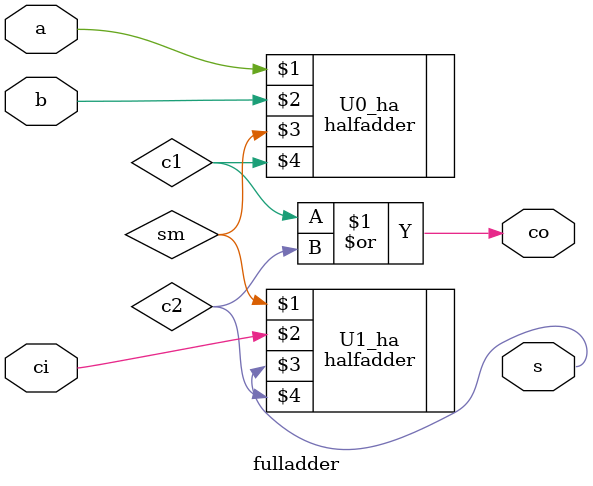
<source format=v>
module fulladder(
        input   a, b, ci, 
        output  s, co
    );
    wire c1, c2, sm;
    
    halfadder U0_ha(a, b, sm, c1);
    halfadder U1_ha(sm, ci, s, c2);
    assign co = c1|c2;
/*
    assign s = a ^ b ^ ci;
    assign co = (a & b) | (a & ci) | (b & ci);
*/  
endmodule

</source>
